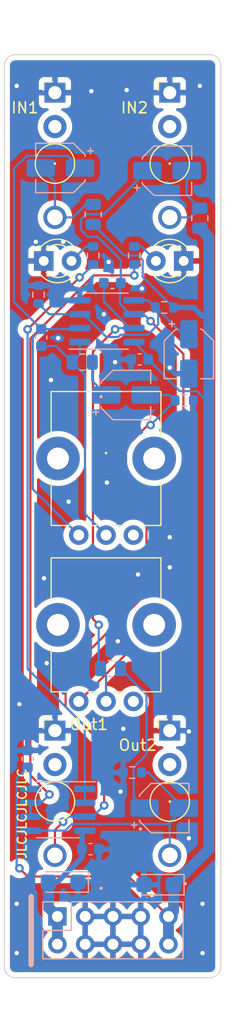
<source format=kicad_pcb>
(kicad_pcb (version 20211014) (generator pcbnew)
  (layers (0 "F.Cu" signal) (31 "B.Cu" signal) (34 "B.Paste" user) (35 "F.Paste" user) (36 "B.SilkS" user "B.Silkscreen") (37 "F.SilkS" user "F.Silkscreen") (38 "B.Mask" user) (39 "F.Mask" user) (44 "Edge.Cuts" user))
  (net 0 "")
  (net 1 "Net-(C1-Pad1)")
  (net 2 "Net-(C1-Pad2)")
  (net 3 "pot_a_L")
  (net 4 "Net-(C2-Pad2)")
  (net 5 "pot_b_L")
  (net 6 "Net-(C4-Pad1)")
  (net 7 "Net-(C4-Pad2)")
  (net 8 "pot_a_R")
  (net 9 "Net-(C5-Pad2)")
  (net 10 "pot_b_R")
  (net 11 "GND")
  (net 12 "+12V")
  (net 13 "-12V")
  (net 14 "vgnd")
  (net 19 "Net-(LED1-Pad2)")
  (net 20 "Net-(LED2-Pad2)")
  (net 21 "Net-(R4-Pad2)")
  (net 22 "Net-(R8-Pad2)")
  (footprint "pre-bm" (layer "F.Cu") (at 87.2 102.9)
    (fp_text reference "svg2mod" hide)
    (fp_text value "G***" hide)
  )
  (footprint "LED_THT:LED_D3.0mm" (layer "F.Cu") (at 81.975 73.75)
    (fp_text reference "LED1" hide)
    (fp_text value "LED")
    (fp_line (start -0.29 -1.236) (end -0.29 -1.08) (layer "F.SilkS") (width 0.12))
    (fp_line (start -0.29 1.08) (end -0.29 1.236) (layer "F.SilkS") (width 0.12))
    (fp_arc (start -0.29 -1.235516) (mid 1.366487 -1.987659) (end 2.942335 -1.078608) (layer "F.SilkS") (width 0.12))
    (fp_arc (start 0.229039 -1.08) (mid 1.270117 -1.5) (end 2.31113 -1.079837) (layer "F.SilkS") (width 0.12))
    (fp_arc (start 2.942335 1.078608) (mid 1.366487 1.987659) (end -0.29 1.235516) (layer "F.SilkS") (width 0.12))
    (fp_arc (start 2.31113 1.079837) (mid 1.270117 1.5) (end 0.229039 1.08) (layer "F.SilkS") (width 0.12))
    (pad "1" thru_hole rect locked (at 0 0) (size 1.8 1.8) (drill 0.9) (layers *.Cu *.Mask) (net 11 "GND"))
    (pad "2" thru_hole circle locked (at 2.54 0) (size 1.8 1.8) (drill 0.9) (layers *.Cu *.Mask) (net 19 "Net-(LED1-Pad2)"))
  )
  (footprint "Connector_Audio:Jack_3.5mm_QingPu_WQP-PJ398SM_Vertical_CircularHoles" (layer "F.Cu") (at 93.5 116.67)
    (fp_text reference "Out2" (at -2.925 1.33 180) (layer "F.SilkS"))
    (fp_text value "Out2")
    (fp_line (start -1.06 -1) (end -0.2 -1) (layer "F.SilkS") (width 0.12))
    (fp_line (start -1.06 -1) (end -1.06 -0.2) (layer "F.SilkS") (width 0.12))
    (fp_circle (center 0 6.48) (end 1.8 6.48) (layer "F.SilkS") (width 0.12) (fill none))
    (fp_circle (center 0 6.48) (end 0 6.48) (layer "F.SilkS") (width 0.12) (fill none))
    (pad "S" thru_hole rect (at 0 0 180) (size 1.93 1.83) (drill 1.2) (layers *.Cu *.Mask) (net 11 "GND"))
    (pad "T" thru_hole circle (at 0 11.4 180) (size 2.13 2.13) (drill 1.43) (layers *.Cu *.Mask) (net 7 "Net-(C4-Pad2)"))
    (pad "TN" thru_hole circle (at 0 3.1 180) (size 2.13 2.13) (drill 1.2) (layers *.Cu *.Mask))
  )
  (footprint "Connector_Audio:Jack_3.5mm_QingPu_WQP-PJ398SM_Vertical_CircularHoles" (layer "F.Cu") (at 83 58.37)
    (fp_text reference "IN1" (at -2.75 1.38 180) (layer "F.SilkS"))
    (fp_text value "In1")
    (fp_line (start -1.06 -1) (end -0.2 -1) (layer "F.SilkS") (width 0.12))
    (fp_line (start -1.06 -1) (end -1.06 -0.2) (layer "F.SilkS") (width 0.12))
    (fp_circle (center 0 6.48) (end 1.8 6.48) (layer "F.SilkS") (width 0.12) (fill none))
    (fp_circle (center 0 6.48) (end 0 6.48) (layer "F.SilkS") (width 0.12) (fill none))
    (pad "S" thru_hole rect (at 0 0 180) (size 1.93 1.83) (drill 1.2) (layers *.Cu *.Mask) (net 11 "GND"))
    (pad "T" thru_hole circle (at 0 11.4 180) (size 2.13 2.13) (drill 1.43) (layers *.Cu *.Mask) (net 4 "Net-(C2-Pad2)"))
    (pad "TN" thru_hole circle (at 0 3.1 180) (size 2.13 2.13) (drill 1.2) (layers *.Cu *.Mask))
  )
  (footprint "Connector_Audio:Jack_3.5mm_QingPu_WQP-PJ398SM_Vertical_CircularHoles" (layer "F.Cu") (at 83 116.67)
    (fp_text reference "Out1" (at 3.1 -0.57 180) (layer "F.SilkS"))
    (fp_text value "Out1")
    (fp_line (start -1.06 -1) (end -0.2 -1) (layer "F.SilkS") (width 0.12))
    (fp_line (start -1.06 -1) (end -1.06 -0.2) (layer "F.SilkS") (width 0.12))
    (fp_circle (center 0 6.48) (end 1.8 6.48) (layer "F.SilkS") (width 0.12) (fill none))
    (fp_circle (center 0 6.48) (end 0 6.48) (layer "F.SilkS") (width 0.12) (fill none))
    (pad "S" thru_hole rect (at 0 0 180) (size 1.93 1.83) (drill 1.2) (layers *.Cu *.Mask) (net 11 "GND"))
    (pad "T" thru_hole circle (at 0 11.4 180) (size 2.13 2.13) (drill 1.43) (layers *.Cu *.Mask) (net 2 "Net-(C1-Pad2)"))
    (pad "TN" thru_hole circle (at 0 3.1 180) (size 2.13 2.13) (drill 1.2) (layers *.Cu *.Mask))
  )
  (footprint "Potentiometer_THT:Potentiometer_Alps_RK09K_Single_Vertical" (layer "F.Cu") (at 90.175 114 90)
    (fp_text reference "RV2" hide)
    (fp_text value "In2_Gain")
    (fp_line (start 9.184 2.52) (end 13.12 2.52) (layer "F.SilkS") (width 0.12))
    (fp_line (start 0.88 -4.129) (end 0.88 -3.37) (layer "F.SilkS") (width 0.12))
    (fp_line (start 0.88 0.87) (end 0.88 2.52) (layer "F.SilkS") (width 0.12))
    (fp_line (start 0.88 -7.521) (end 0.88 -5.871) (layer "F.SilkS") (width 0.12))
    (fp_line (start 9.184 -7.521) (end 13.12 -7.521) (layer "F.SilkS") (width 0.12))
    (fp_line (start 0.88 -1.629) (end 0.88 -0.87) (layer "F.SilkS") (width 0.12))
    (fp_line (start 0.88 -7.521) (end 4.817 -7.521) (layer "F.SilkS") (width 0.12))
    (fp_line (start 0.88 2.52) (end 4.817 2.52) (layer "F.SilkS") (width 0.12))
    (fp_line (start 13.12 -7.521) (end 13.12 2.52) (layer "F.SilkS") (width 0.12))
    (fp_circle (center 7.5 -2.5) (end 7.500001 -2.5) (layer "F.SilkS") (width 0.12) (fill none))
    (pad "" np_thru_hole circle (at 7 -6.9 90) (size 4 4) (drill 2) (layers *.Cu *.Mask))
    (pad "" np_thru_hole circle (at 7 1.9 90) (size 4 4) (drill 2) (layers *.Cu *.Mask))
    (pad "1" thru_hole circle (at 0 0 90) (size 1.8 1.8) (drill 1) (layers *.Cu *.Mask))
    (pad "2" thru_hole circle (at 0 -2.5 90) (size 1.8 1.8) (drill 1) (layers *.Cu *.Mask) (net 10 "pot_b_R"))
    (pad "3" thru_hole circle (at 0 -5 90) (size 1.8 1.8) (drill 1) (layers *.Cu *.Mask) (net 8 "pot_a_R"))
  )
  (footprint "Connector_Audio:Jack_3.5mm_QingPu_WQP-PJ398SM_Vertical_CircularHoles" (layer "F.Cu") (at 93.5 58.37)
    (fp_text reference "IN2" (at -3.225 1.38 180) (layer "F.SilkS"))
    (fp_text value "In2")
    (fp_line (start -1.06 -1) (end -0.2 -1) (layer "F.SilkS") (width 0.12))
    (fp_line (start -1.06 -1) (end -1.06 -0.2) (layer "F.SilkS") (width 0.12))
    (fp_circle (center 0 6.48) (end 1.8 6.48) (layer "F.SilkS") (width 0.12) (fill none))
    (fp_circle (center 0 6.48) (end 0 6.48) (layer "F.SilkS") (width 0.12) (fill none))
    (pad "S" thru_hole rect (at 0 0 180) (size 1.93 1.83) (drill 1.2) (layers *.Cu *.Mask) (net 11 "GND"))
    (pad "T" thru_hole circle (at 0 11.4 180) (size 2.13 2.13) (drill 1.43) (layers *.Cu *.Mask) (net 9 "Net-(C5-Pad2)"))
    (pad "TN" thru_hole circle (at 0 3.1 180) (size 2.13 2.13) (drill 1.2) (layers *.Cu *.Mask))
  )
  (footprint "Audio_Module:soundcodes-logo-bm" (layer "F.Cu") (at 88.53 60.08)
    (fp_text reference "svg2mod" hide)
    (fp_text value "G***" hide)
  )
  (footprint "LED_THT:LED_D3.0mm" (layer "F.Cu") (at 94.775 73.75 180)
    (fp_text reference "LED2" hide)
    (fp_text value "LED")
    (fp_line (start -0.29 -1.236) (end -0.29 -1.08) (layer "F.SilkS") (width 0.12))
    (fp_line (start -0.29 1.08) (end -0.29 1.236) (layer "F.SilkS") (width 0.12))
    (fp_arc (start -0.29 -1.235516) (mid 1.366487 -1.987659) (end 2.942335 -1.078608) (layer "F.SilkS") (width 0.12))
    (fp_arc (start 2.942335 1.078608) (mid 1.366487 1.987659) (end -0.29 1.235516) (layer "F.SilkS") (width 0.12))
    (fp_arc (start 0.229039 -1.08) (mid 1.270117 -1.5) (end 2.31113 -1.079837) (layer "F.SilkS") (width 0.12))
    (fp_arc (start 2.31113 1.079837) (mid 1.270117 1.5) (end 0.229039 1.08) (layer "F.SilkS") (width 0.12))
    (pad "1" thru_hole rect locked (at 0 0 180) (size 1.8 1.8) (drill 0.9) (layers *.Cu *.Mask) (net 11 "GND"))
    (pad "2" thru_hole circle locked (at 2.54 0 180) (size 1.8 1.8) (drill 0.9) (layers *.Cu *.Mask) (net 20 "Net-(LED2-Pad2)"))
  )
  (footprint "Potentiometer_THT:Potentiometer_Alps_RK09K_Single_Vertical" (layer "F.Cu") (at 90.175 98.8 90)
    (fp_text reference "RV1" hide)
    (fp_text value "In1_Gain")
    (fp_line (start 0.88 -7.521) (end 4.817 -7.521) (layer "F.SilkS") (width 0.12))
    (fp_line (start 9.184 -7.521) (end 13.12 -7.521) (layer "F.SilkS") (width 0.12))
    (fp_line (start 0.88 0.87) (end 0.88 2.52) (layer "F.SilkS") (width 0.12))
    (fp_line (start 9.184 2.52) (end 13.12 2.52) (layer "F.SilkS") (width 0.12))
    (fp_line (start 0.88 2.52) (end 4.817 2.52) (layer "F.SilkS") (width 0.12))
    (fp_line (start 0.88 -7.521) (end 0.88 -5.871) (layer "F.SilkS") (width 0.12))
    (fp_line (start 0.88 -4.129) (end 0.88 -3.37) (layer "F.SilkS") (width 0.12))
    (fp_line (start 0.88 -1.629) (end 0.88 -0.87) (layer "F.SilkS") (width 0.12))
    (fp_line (start 13.12 -7.521) (end 13.12 2.52) (layer "F.SilkS") (width 0.12))
    (fp_circle (center 7.5 -2.5) (end 7.500001 -2.5) (layer "F.SilkS") (width 0.12) (fill none))
    (pad "" np_thru_hole circle (at 7 -6.9 90) (size 4 4) (drill 2) (layers *.Cu *.Mask))
    (pad "" np_thru_hole circle (at 7 1.9 90) (size 4 4) (drill 2) (layers *.Cu *.Mask))
    (pad "1" thru_hole circle (at 0 0 90) (size 1.8 1.8) (drill 1) (layers *.Cu *.Mask))
    (pad "2" thru_hole circle (at 0 -2.5 90) (size 1.8 1.8) (drill 1) (layers *.Cu *.Mask) (net 5 "pot_b_L"))
    (pad "3" thru_hole circle (at 0 -5 90) (size 1.8 1.8) (drill 1) (layers *.Cu *.Mask) (net 3 "pot_a_L"))
  )
  (footprint "Resistor_SMD:R_0603_1608Metric" (layer "B.Cu") (at 90.075 120.5 180)
    (fp_text reference "R7" hide)
    (fp_text value "100k")
    (fp_line (start -0.237258 0.5225) (end 0.237258 0.5225) (layer "B.SilkS") (width 0.12))
    (fp_line (start -0.237258 -0.5225) (end 0.237258 -0.5225) (layer "B.SilkS") (width 0.12))
    (pad "1" smd roundrect locked (at -0.825 0 180) (size 0.8 0.95) (layers "B.Cu" "B.Paste" "B.Mask") (net 7 "Net-(C4-Pad2)"))
    (pad "2" smd roundrect locked (at 0.825 0 180) (size 0.8 0.95) (layers "B.Cu" "B.Paste" "B.Mask") (net 11 "GND"))
  )
  (footprint "Capacitor_SMD:C_0603_1608Metric" (layer "B.Cu") (at 80.5 119.25 -90)
    (fp_text reference "C7" hide)
    (fp_text value "100nf")
    (fp_line (start -0.14058 0.51) (end 0.14058 0.51) (layer "B.SilkS") (width 0.12))
    (fp_line (start -0.14058 -0.51) (end 0.14058 -0.51) (layer "B.SilkS") (width 0.12))
    (pad "1" smd roundrect locked (at -0.775 0 270) (size 0.9 0.95) (layers "B.Cu" "B.Paste" "B.Mask") (net 11 "GND"))
    (pad "2" smd roundrect locked (at 0.775 0 270) (size 0.9 0.95) (layers "B.Cu" "B.Paste" "B.Mask") (net 12 "+12V"))
  )
  (footprint "Resistor_SMD:R_0805_2012Metric" (layer "B.Cu") (at 96.25 69.8375 90)
    (fp_text reference "R5" hide)
    (fp_text value "20k")
    (fp_line (start -0.227064 0.735) (end 0.227064 0.735) (layer "B.SilkS") (width 0.12))
    (fp_line (start -0.227064 -0.735) (end 0.227064 -0.735) (layer "B.SilkS") (width 0.12))
    (pad "1" smd roundrect locked (at -0.9125 0 90) (size 1.025 1.4) (layers "B.Cu" "B.Paste" "B.Mask") (roundrect_rratio 0.243902439) (net 12 "+12V"))
    (pad "2" smd roundrect locked (at 0.9125 0 90) (size 1.025 1.4) (layers "B.Cu" "B.Paste" "B.Mask") (roundrect_rratio 0.243902439) (net 9 "Net-(C5-Pad2)"))
  )
  (footprint "Package_SO:SOIC-8_3.9x4.9mm_P1.27mm" (layer "B.Cu") (at 87.75 79.25)
    (fp_text reference "U1" hide)
    (fp_text value "TL072")
    (fp_line (start 0 2.56) (end -3.45 2.56) (layer "B.SilkS") (width 0.12))
    (fp_line (start 0 -2.56) (end -1.95 -2.56) (layer "B.SilkS") (width 0.12))
    (fp_line (start 0 2.56) (end 1.95 2.56) (layer "B.SilkS") (width 0.12))
    (fp_line (start 0 -2.56) (end 1.95 -2.56) (layer "B.SilkS") (width 0.12))
    (pad "1" smd roundrect locked (at -2.475 1.905) (size 1.95 0.6) (layers "B.Cu" "B.Paste" "B.Mask") (net 5 "pot_b_L"))
    (pad "2" smd roundrect locked (at -2.475 0.635) (size 1.95 0.6) (layers "B.Cu" "B.Paste" "B.Mask") (net 3 "pot_a_L"))
    (pad "3" smd roundrect locked (at -2.475 -0.635) (size 1.95 0.6) (layers "B.Cu" "B.Paste" "B.Mask") (net 14 "vgnd"))
    (pad "4" smd roundrect locked (at -2.475 -1.905) (size 1.95 0.6) (layers "B.Cu" "B.Paste" "B.Mask") (net 11 "GND"))
    (pad "5" smd roundrect locked (at 2.475 -1.905) (size 1.95 0.6) (layers "B.Cu" "B.Paste" "B.Mask") (net 14 "vgnd"))
    (pad "6" smd roundrect locked (at 2.475 -0.635) (size 1.95 0.6) (layers "B.Cu" "B.Paste" "B.Mask") (net 8 "pot_a_R"))
    (pad "7" smd roundrect locked (at 2.475 0.635) (size 1.95 0.6) (layers "B.Cu" "B.Paste" "B.Mask") (net 10 "pot_b_R"))
    (pad "8" smd roundrect locked (at 2.475 1.905) (size 1.95 0.6) (layers "B.Cu" "B.Paste" "B.Mask") (net 12 "+12V"))
  )
  (footprint "Connector_PinHeader_2.54mm:PinHeader_2x05_P2.54mm_Vertical" (layer "B.Cu") (at 83.225 133.65 -90)
    (fp_text reference "J5" hide)
    (fp_text value "Conn_02x05_Odd_Even")
    (fp_line (start -1.33 1.33) (end 0 1.33) (layer "B.SilkS") (width 0.12))
    (fp_line (start -1.33 0) (end -1.33 1.33) (layer "B.SilkS") (width 0.12))
    (fp_line (start -1.33 -11.49) (end 3.87 -11.49) (layer "B.SilkS") (width 0.12))
    (fp_line (start -1.33 -1.27) (end 1.27 -1.27) (layer "B.SilkS") (width 0.12))
    (fp_line (start 1.27 -1.27) (end 1.27 1.33) (layer "B.SilkS") (width 0.12))
    (fp_line (start 1.27 1.33) (end 3.87 1.33) (layer "B.SilkS") (width 0.12))
    (fp_line (start 3.87 1.33) (end 3.87 -11.49) (layer "B.SilkS") (width 0.12))
    (fp_line (start -1.33 -1.27) (end -1.33 -11.49) (layer "B.SilkS") (width 0.12))
    (pad "1" thru_hole rect locked (at 0 0 270) (size 1.7 1.7) (drill 1) (layers *.Cu *.Mask) (net 13 "-12V"))
    (pad "2" thru_hole oval locked (at 2.54 0 270) (size 1.7 1.7) (drill 1) (layers *.Cu *.Mask) (net 13 "-12V"))
    (pad "3" thru_hole oval locked (at 0 -2.54 270) (size 1.7 1.7) (drill 1) (layers *.Cu *.Mask) (net 11 "GND"))
    (pad "4" thru_hole oval locked (at 2.54 -2.54 270) (size 1.7 1.7) (drill 1) (layers *.Cu *.Mask) (net 11 "GND"))
    (pad "5" thru_hole oval locked (at 0 -5.08 270) (size 1.7 1.7) (drill 1) (layers *.Cu *.Mask) (net 11 "GND"))
    (pad "6" thru_hole oval locked (at 2.54 -5.08 270) (size 1.7 1.7) (drill 1) (layers *.Cu *.Mask) (net 11 "GND"))
    (pad "7" thru_hole oval locked (at 0 -7.62 270) (size 1.7 1.7) (drill 1) (layers *.Cu *.Mask) (net 11 "GND"))
    (pad "8" thru_hole oval locked (at 2.54 -7.62 270) (size 1.7 1.7) (drill 1) (layers *.Cu *.Mask) (net 11 "GND"))
    (pad "9" thru_hole oval locked (at 0 -10.16 270) (size 1.7 1.7) (drill 1) (layers *.Cu *.Mask) (net 12 "+12V"))
    (pad "10" thru_hole oval locked (at 2.54 -10.16 270) (size 1.7 1.7) (drill 1) (layers *.Cu *.Mask) (net 12 "+12V"))
  )
  (footprint "Capacitor_Tantalum_SMD:CP_EIA-3216-18_Kemet-A" (layer "B.Cu") (at 83.75 130.5 180)
    (fp_text reference "C9" hide)
    (fp_text value "10uf")
    (fp_line (start -2.31 -0.935) (end 1.6 -0.935) (layer "B.SilkS") (width 0.12))
    (fp_line (start -2.31 0.935) (end -2.31 -0.935) (layer "B.SilkS") (width 0.12))
    (fp_line (start 1.6 0.935) (end -2.31 0.935) (layer "B.SilkS") (width 0.12))
    (pad "1" smd roundrect locked (at -1.35 0 180) (size 1.4 1.35) (layers "B.Cu" "B.Paste" "B.Mask") (roundrect_rratio 0.1851851852) (net 11 "GND"))
    (pad "2" smd roundrect locked (at 1.35 0 180) (size 1.4 1.35) (layers "B.Cu" "B.Paste" "B.Mask") (roundrect_rratio 0.1851851852) (net 13 "-12V"))
  )
  (footprint "Capacitor_SMD:C_0603_1608Metric" (layer "B.Cu") (at 81.75 80.75 90)
    (fp_text reference "C3" hide)
    (fp_text value "15pF")
    (fp_line (start -0.14058 0.51) (end 0.14058 0.51) (layer "B.SilkS") (width 0.12))
    (fp_line (start -0.14058 -0.51) (end 0.14058 -0.51) (layer "B.SilkS") (width 0.12))
    (pad "1" smd roundrect locked (at -0.775 0 90) (size 0.9 0.95) (layers "B.Cu" "B.Paste" "B.Mask") (net 5 "pot_b_L"))
    (pad "2" smd roundrect locked (at 0.775 0 90) (size 0.9 0.95) (layers "B.Cu" "B.Paste" "B.Mask") (net 3 "pot_a_L"))
  )
  (footprint "Capacitor_SMD:C_0603_1608Metric" (layer "B.Cu") (at 86.25 127.5)
    (fp_text reference "C8" hide)
    (fp_text value "100nf")
    (fp_line (start -0.14058 0.51) (end 0.14058 0.51) (layer "B.SilkS") (width 0.12))
    (fp_line (start -0.14058 -0.51) (end 0.14058 -0.51) (layer "B.SilkS") (width 0.12))
    (pad "1" smd roundrect locked (at -0.775 0) (size 0.9 0.95) (layers "B.Cu" "B.Paste" "B.Mask") (net 13 "-12V"))
    (pad "2" smd roundrect locked (at 0.775 0) (size 0.9 0.95) (layers "B.Cu" "B.Paste" "B.Mask") (net 11 "GND"))
  )
  (footprint "Resistor_SMD:R_0805_2012Metric" (layer "B.Cu") (at 86.5 69.5 90)
    (fp_text reference "R1" hide)
    (fp_text value "20k")
    (fp_line (start -0.227064 -0.735) (end 0.227064 -0.735) (layer "B.SilkS") (width 0.12))
    (fp_line (start -0.227064 0.735) (end 0.227064 0.735) (layer "B.SilkS") (width 0.12))
    (pad "1" smd roundrect locked (at -0.9125 0 90) (size 1.025 1.4) (layers "B.Cu" "B.Paste" "B.Mask") (roundrect_rratio 0.243902439) (net 12 "+12V"))
    (pad "2" smd roundrect locked (at 0.9125 0 90) (size 1.025 1.4) (layers "B.Cu" "B.Paste" "B.Mask") (roundrect_rratio 0.243902439) (net 4 "Net-(C2-Pad2)"))
  )
  (footprint "Capacitor_SMD:CP_Elec_4x5.4" (layer "B.Cu") (at 93.25 65.5)
    (fp_text reference "C5" hide)
    (fp_text value "2.2uF")
    (fp_line (start -1.195563 -2.26) (end 2.26 -2.26) (layer "B.SilkS") (width 0.12))
    (fp_line (start -2.26 1.195563) (end -2.26 1.06) (layer "B.SilkS") (width 0.12))
    (fp_line (start -3 1.56) (end -2.5 1.56) (layer "B.SilkS") (width 0.12))
    (fp_line (start -2.75 1.81) (end -2.75 1.31) (layer "B.SilkS") (width 0.12))
    (fp_line (start -1.195563 2.26) (end 2.26 2.26) (layer "B.SilkS") (width 0.12))
    (fp_line (start -2.26 1.195563) (end -1.195563 2.26) (layer "B.SilkS") (width 0.12))
    (fp_line (start 2.26 2.26) (end 2.26 1.06) (layer "B.SilkS") (width 0.12))
    (fp_line (start -2.26 -1.195563) (end -1.195563 -2.26) (layer "B.SilkS") (width 0.12))
    (fp_line (start 2.26 -2.26) (end 2.26 -1.06) (layer "B.SilkS") (width 0.12))
    (fp_line (start -2.26 -1.195563) (end -2.26 -1.06) (layer "B.SilkS") (width 0.12))
    (pad "1" smd roundrect locked (at -1.8 0) (size 2.6 1.6) (layers "B.Cu" "B.Paste" "B.Mask") (roundrect_rratio 0.15625) (net 8 "pot_a_R"))
    (pad "2" smd roundrect locked (at 1.8 0) (size 2.6 1.6) (layers "B.Cu" "B.Paste" "B.Mask") (roundrect_rratio 0.15625) (net 9 "Net-(C5-Pad2)"))
  )
  (footprint "Package_SO:SOIC-8_3.9x4.9mm_P1.27mm" (layer "B.Cu") (at 83.25 123.9 180)
    (fp_text reference "U2" hide)
    (fp_text value "TL072")
    (fp_line (start 0 -2.56) (end -1.95 -2.56) (layer "B.SilkS") (width 0.12))
    (fp_line (start 0 2.56) (end -3.45 2.56) (layer "B.SilkS") (width 0.12))
    (fp_line (start 0 -2.56) (end 1.95 -2.56) (layer "B.SilkS") (width 0.12))
    (fp_line (start 0 2.56) (end 1.95 2.56) (layer "B.SilkS") (width 0.12))
    (pad "1" smd roundrect locked (at -2.475 1.905 180) (size 1.95 0.6) (layers "B.Cu" "B.Paste" "B.Mask") (net 21 "Net-(R4-Pad2)"))
    (pad "2" smd roundrect locked (at -2.475 0.635 180) (size 1.95 0.6) (layers "B.Cu" "B.Paste" "B.Mask") (net 21 "Net-(R4-Pad2)"))
    (pad "3" smd roundrect locked (at -2.475 -0.635 180) (size 1.95 0.6) (layers "B.Cu" "B.Paste" "B.Mask") (net 2 "Net-(C1-Pad2)"))
    (pad "4" smd roundrect locked (at -2.475 -1.905 180) (size 1.95 0.6) (layers "B.Cu" "B.Paste" "B.Mask") (net 13 "-12V"))
    (pad "5" smd roundrect locked (at 2.475 -1.905 180) (size 1.95 0.6) (layers "B.Cu" "B.Paste" "B.Mask") (net 7 "Net-(C4-Pad2)"))
    (pad "6" smd roundrect locked (at 2.475 -0.635 180) (size 1.95 0.6) (layers "B.Cu" "B.Paste" "B.Mask") (net 22 "Net-(R8-Pad2)"))
    (pad "7" smd roundrect locked (at 2.475 0.635 180) (size 1.95 0.6) (layers "B.Cu" "B.Paste" "B.Mask") (net 22 "Net-(R8-Pad2)"))
    (pad "8" smd roundrect locked (at 2.475 1.905 180) (size 1.95 0.6) (layers "B.Cu" "B.Paste" "B.Mask") (net 12 "+12V"))
  )
  (footprint "Capacitor_SMD:CP_Elec_4x5.4" (layer "B.Cu") (at 83.5 65.25 180)
    (fp_text reference "C2" hide)
    (fp_text value "2.2uF")
    (fp_line (start -2.26 1.195563) (end -2.26 1.06) (layer "B.SilkS") (width 0.12))
    (fp_line (start -2.26 1.195563) (end -1.195563 2.26) (layer "B.SilkS") (width 0.12))
    (fp_line (start -2.75 1.81) (end -2.75 1.31) (layer "B.SilkS") (width 0.12))
    (fp_line (start -1.195563 -2.26) (end 2.26 -2.26) (layer "B.SilkS") (width 0.12))
    (fp_line (start -1.195563 2.26) (end 2.26 2.26) (layer "B.SilkS") (width 0.12))
    (fp_line (start -2.26 -1.195563) (end -1.195563 -2.26) (layer "B.SilkS") (width 0.12))
    (fp_line (start -2.26 -1.195563) (end -2.26 -1.06) (layer "B.SilkS") (width 0.12))
    (fp_line (start 2.26 -2.26) (end 2.26 -1.06) (layer "B.SilkS") (width 0.12))
    (fp_line (start 2.26 2.26) (end 2.26 1.06) (layer "B.SilkS") (width 0.12))
    (fp_line (start -3 1.56) (end -2.5 1.56) (layer "B.SilkS") (width 0.12))
    (pad "1" smd roundrect locked (at -1.8 0 180) (size 2.6 1.6) (layers "B.Cu" "B.Paste" "B.Mask") (roundrect_rratio 0.15625) (net 3 "pot_a_L"))
    (pad "2" smd roundrect locked (at 1.8 0 180) (size 2.6 1.6) (layers "B.Cu" "B.Paste" "B.Mask") (roundrect_rratio 0.15625) (net 4 "Net-(C2-Pad2)"))
  )
  (footprint "Capacitor_SMD:CP_Elec_4x5.4" (layer "B.Cu") (at 93 123.75)
    (fp_text reference "C4" hide)
    (fp_text value "2.2uF")
    (fp_line (start -2.26 1.195563) (end -2.26 1.06) (layer "B.SilkS") (width 0.12))
    (fp_line (start -1.195563 2.26) (end 2.26 2.26) (layer "B.SilkS") (width 0.12))
    (fp_line (start 2.26 -2.26) (end 2.26 -1.06) (layer "B.SilkS") (width 0.12))
    (fp_line (start -2.75 1.81) (end -2.75 1.31) (layer "B.SilkS") (width 0.12))
    (fp_line (start -2.26 1.195563) (end -1.195563 2.26) (layer "B.SilkS") (width 0.12))
    (fp_line (start 2.26 2.26) (end 2.26 1.06) (layer "B.SilkS") (width 0.12))
    (fp_line (start -2.26 -1.195563) (end -2.26 -1.06) (layer "B.SilkS") (width 0.12))
    (fp_line (start -1.195563 -2.26) (end 2.26 -2.26) (layer "B.SilkS") (width 0.12))
    (fp_line (start -3 1.56) (end -2.5 1.56) (layer "B.SilkS") (width 0.12))
    (fp_line (start -2.26 -1.195563) (end -1.195563 -2.26) (layer "B.SilkS") (width 0.12))
    (pad "1" smd roundrect locked (at -1.8 0) (size 2.6 1.6) (layers "B.Cu" "B.Paste" "B.Mask") (roundrect_rratio 0.15625) (net 6 "Net-(C4-Pad1)"))
    (pad "2" smd roundrect locked (at 1.8 0) (size 2.6 1.6) (layers "B.Cu" "B.Paste" "B.Mask") (roundrect_rratio 0.15625) (net 7 "Net-(C4-Pad2)"))
  )
  (footprint "Resistor_SMD:R_0603_1608Metric" (layer "B.Cu") (at 93 78 180)
    (fp_text reference "R9" hide)
    (fp_text value "100k")
    (fp_line (start -0.237258 -0.5225) (end 0.237258 -0.5225) (layer "B.SilkS") (width 0.12))
    (fp_line (start -0.237258 0.5225) (end 0.237258 0.5225) (layer "B.SilkS") (width 0.12))
    (pad "1" smd roundrect locked (at -0.825 0 180) (size 0.8 0.95) (layers "B.Cu" "B.Paste" "B.Mask") (net 12 "+12V"))
    (pad "2" smd roundrect locked (at 0.825 0 180) (size 0.8 0.95) (layers "B.Cu" "B.Paste" "B.Mask") (net 14 "vgnd"))
  )
  (footprint "Resistor_SMD:R_0603_1608Metric" (layer "B.Cu") (at 81.5 76.825 90)
    (fp_text reference "R10" hide)
    (fp_text value "100k")
    (fp_line (start -0.237258 -0.5225) (end 0.237258 -0.5225) (layer "B.SilkS") (width 0.12))
    (fp_line (start -0.237258 0.5225) (end 0.237258 0.5225) (layer "B.SilkS") (width 0.12))
    (pad "1" smd roundrect locked (at -0.825 0 90) (size 0.8 0.95) (layers "B.Cu" "B.Paste" "B.Mask") (net 14 "vgnd"))
    (pad "2" smd roundrect locked (at 0.825 0 90) (size 0.8 0.95) (layers "B.Cu" "B.Paste" "B.Mask") (net 11 "GND"))
  )
  (footprint "Capacitor_SMD:C_0603_1608Metric" (layer "B.Cu") (at 90.75 82.75)
    (fp_text reference "C10" hide)
    (fp_text value "100nf")
    (fp_line (start -0.14058 -0.51) (end 0.14058 -0.51) (layer "B.SilkS") (width 0.12))
    (fp_line (start -0.14058 0.51) (end 0.14058 0.51) (layer "B.SilkS") (width 0.12))
    (pad "1" smd roundrect locked (at -0.775 0) (size 0.9 0.95) (layers "B.Cu" "B.Paste" "B.Mask") (net 11 "GND"))
    (pad "2" smd roundrect locked (at 0.775 0) (size 0.9 0.95) (layers "B.Cu" "B.Paste" "B.Mask") (net 12 "+12V"))
  )
  (footprint "Capacitor_SMD:C_0603_1608Metric" (layer "B.Cu") (at 88.25 75.75)
    (fp_text reference "C6" hide)
    (fp_text value "15pF")
    (fp_line (start -0.14058 -0.51) (end 0.14058 -0.51) (layer "B.SilkS") (width 0.12))
    (fp_line (start -0.14058 0.51) (end 0.14058 0.51) (layer "B.SilkS") (width 0.12))
    (pad "1" smd roundrect locked (at -0.775 0) (size 0.9 0.95) (layers "B.Cu" "B.Paste" "B.Mask") (net 10 "pot_b_R"))
    (pad "2" smd roundrect locked (at 0.775 0) (size 0.9 0.95) (layers "B.Cu" "B.Paste" "B.Mask") (net 8 "pot_a_R"))
  )
  (footprint "Capacitor_Tantalum_SMD:CP_EIA-3216-18_Kemet-A" (layer "B.Cu") (at 92.5 130.75 180)
    (fp_text reference "C12" hide)
    (fp_text value "10uf")
    (fp_line (start 1.6 0.935) (end -2.31 0.935) (layer "B.SilkS") (width 0.12))
    (fp_line (start -2.31 0.935) (end -2.31 -0.935) (layer "B.SilkS") (width 0.12))
    (fp_line (start -2.31 -0.935) (end 1.6 -0.935) (layer "B.SilkS") (width 0.12))
    (pad "1" smd roundrect locked (at -1.35 0 180) (size 1.4 1.35) (layers "B.Cu" "B.Paste" "B.Mask") (roundrect_rratio 0.1851851852) (net 12 "+12V"))
    (pad "2" smd roundrect locked (at 1.35 0 180) (size 1.4 1.35) (layers "B.Cu" "B.Paste" "B.Mask") (roundrect_rratio 0.1851851852) (net 11 "GND"))
  )
  (footprint "Capacitor_SMD:CP_Elec_4x5.4" (layer "B.Cu") (at 89.5 86)
    (fp_text reference "C1" hide)
    (fp_text value "2.2uF")
    (fp_line (start -2.26 1.195563) (end -2.26 1.06) (layer "B.SilkS") (width 0.12))
    (fp_line (start -2.75 1.81) (end -2.75 1.31) (layer "B.SilkS") (width 0.12))
    (fp_line (start -2.26 -1.195563) (end -2.26 -1.06) (layer "B.SilkS") (width 0.12))
    (fp_line (start 2.26 -2.26) (end 2.26 -1.06) (layer "B.SilkS") (width 0.12))
    (fp_line (start -2.26 1.195563) (end -1.195563 2.26) (layer "B.SilkS") (width 0.12))
    (fp_line (start 2.26 2.26) (end 2.26 1.06) (layer "B.SilkS") (width 0.12))
    (fp_line (start -1.195563 2.26) (end 2.26 2.26) (layer "B.SilkS") (width 0.12))
    (fp_line (start -3 1.56) (end -2.5 1.56) (layer "B.SilkS") (width 0.12))
    (fp_line (start -1.195563 -2.26) (end 2.26 -2.26) (layer "B.SilkS") (width 0.12))
    (fp_line (start -2.26 -1.195563) (end -1.195563 -2.26) (layer "B.SilkS") (width 0.12))
    (pad "1" smd roundrect locked (at -1.8 0) (size 2.6 1.6) (layers "B.Cu" "B.Paste" "B.Mask") (roundrect_rratio 0.15625) (net 1 "Net-(C1-Pad1)"))
    (pad "2" smd roundrect locked (at 1.8 0) (size 2.6 1.6) (layers "B.Cu" "B.Paste" "B.Mask") (roundrect_rratio 0.15625) (net 2 "Net-(C1-Pad2)"))
  )
  (footprint "Capacitor_SMD:CP_Elec_4x5.4" (layer "B.Cu") (at 95.25 82.25 -90)
    (fp_text reference "C11" hide)
    (fp_text value "2.2uF")
    (fp_line (start -2.26 1.195563) (end -2.26 1.06) (layer "B.SilkS") (width 0.12))
    (fp_line (start 2.26 -2.26) (end 2.26 -1.06) (layer "B.SilkS") (width 0.12))
    (fp_line (start -2.75 1.81) (end -2.75 1.31) (layer "B.SilkS") (width 0.12))
    (fp_line (start -1.195563 2.26) (end 2.26 2.26) (layer "B.SilkS") (width 0.12))
    (fp_line (start -1.195563 -2.26) (end 2.26 -2.26) (layer "B.SilkS") (width 0.12))
    (fp_line (start -3 1.56) (end -2.5 1.56) (layer "B.SilkS") (width 0.12))
    (fp_line (start -2.26 -1.195563) (end -1.195563 -2.26) (layer "B.SilkS") (width 0.12))
    (fp_line (start 2.26 2.26) (end 2.26 1.06) (layer "B.SilkS") (width 0.12))
    (fp_line (start -2.26 -1.195563) (end -2.26 -1.06) (layer "B.SilkS") (width 0.12))
    (fp_line (start -2.26 1.195563) (end -1.195563 2.26) (layer "B.SilkS") (width 0.12))
    (pad "1" smd roundrect locked (at -1.8 0 270) (size 2.6 1.6) (layers "B.Cu" "B.Paste" "B.Mask") (roundrect_rratio 0.15625) (net 14 "vgnd"))
    (pad "2" smd roundrect locked (at 1.8 0 270) (size 2.6 1.6) (layers "B.Cu" "B.Paste" "B.Mask") (roundrect_rratio 0.15625) (net 11 "GND"))
  )
  (footprint "Resistor_SMD:R_0603_1608Metric" (layer "B.Cu") (at 90.25 73.25 -90)
    (fp_text reference "R8" hide)
    (fp_text value "1k")
    (fp_line (start -0.237258 0.5225) (end 0.237258 0.5225) (layer "B.SilkS") (width 0.12))
    (fp_line (start -0.237258 -0.5225) (end 0.237258 -0.5225) (layer "B.SilkS") (width 0.12))
    (pad "1" smd roundrect locked (at -0.825 0 270) (size 0.8 0.95) (layers "B.Cu" "B.Paste" "B.Mask") (net 20 "Net-(LED2-Pad2)"))
    (pad "2" smd roundrect locked (at 0.825 0 270) (size 0.8 0.95) (layers "B.Cu" "B.Paste" "B.Mask") (net 22 "Net-(R8-Pad2)"))
  )
  (footprint "Resistor_SMD:R_0603_1608Metric" (layer "B.Cu") (at 86.5 73.25 -90)
    (fp_text reference "R4" hide)
    (fp_text value "1k")
    (fp_line (start -0.237258 -0.5225) (end 0.237258 -0.5225) (layer "B.SilkS") (width 0.12))
    (fp_line (start -0.237258 0.5225) (end 0.237258 0.5225) (layer "B.SilkS") (width 0.12))
    (pad "1" smd roundrect locked (at -0.825 0 270) (size 0.8 0.95) (layers "B.Cu" "B.Paste" "B.Mask") (net 19 "Net-(LED1-Pad2)"))
    (pad "2" smd roundrect locked (at 0.825 0 270) (size 0.8 0.95) (layers "B.Cu" "B.Paste" "B.Mask") (net 21 "Net-(R4-Pad2)"))
  )
  (footprint "Resistor_SMD:R_0603_1608Metric" (layer "B.Cu") (at 94.825 86.5)
    (fp_text reference "R3" hide)
    (fp_text value "100k")
    (fp_line (start -0.237258 0.5225) (end 0.237258 0.5225) (layer "B.SilkS") (width 0.12))
    (fp_line (start -0.237258 -0.5225) (end 0.237258 -0.5225) (layer "B.SilkS") (width 0.12))
    (pad "1" smd roundrect locked (at -0.825 0) (size 0.8 0.95) (layers "B.Cu" "B.Paste" "B.Mask") (net 2 "Net-(C1-Pad2)"))
    (pad "2" smd roundrect locked (at 0.825 0) (size 0.8 0.95) (layers "B.Cu" "B.Paste" "B.Mask") (net 11 "GND"))
  )
  (footprint "Resistor_SMD:R_0805_2012Metric" (layer "B.Cu") (at 85.5 83)
    (fp_text reference "R2" hide)
    (fp_text value "51")
    (fp_line (start -0.227064 0.735) (end 0.227064 0.735) (layer "B.SilkS") (width 0.12))
    (fp_line (start -0.227064 -0.735) (end 0.227064 -0.735) (layer "B.SilkS") (width 0.12))
    (pad "1" smd roundrect locked (at -0.9125 0) (size 1.025 1.4) (layers "B.Cu" "B.Paste" "B.Mask") (roundrect_rratio 0.243902439) (net 5 "pot_b_L"))
    (pad "2" smd roundrect locked (at 0.9125 0) (size 1.025 1.4) (layers "B.Cu" "B.Paste" "B.Mask") (roundrect_rratio 0.243902439) (net 1 "Net-(C1-Pad1)"))
  )
  (footprint "Resistor_SMD:R_0805_2012Metric" (layer "B.Cu") (at 88.0875 111 180)
    (fp_text reference "R6" hide)
    (fp_text value "51")
    (fp_line (start -0.227064 0.735) (end 0.227064 0.735) (layer "B.SilkS") (width 0.12))
    (fp_line (start -0.227064 -0.735) (end 0.227064 -0.735) (layer "B.SilkS") (width 0.12))
    (pad "1" smd roundrect locked (at -0.9125 0 180) (size 1.025 1.4) (layers "B.Cu" "B.Paste" "B.Mask") (roundrect_rratio 0.243902439) (net 6 "Net-(C4-Pad1)"))
    (pad "2" smd roundrect locked (at 0.9125 0 180) (size 1.025 1.4) (layers "B.Cu" "B.Paste" "B.Mask") (roundrect_rratio 0.243902439) (net 10 "pot_b_R"))
  )
  (gr_line (start 80.825 131.85) (end 80.825 138.05) (layer "B.SilkS") (width 0.5))
  (gr_circle (center 87.225 131.07) (end 87.225 131.07) (layer "B.SilkS") (width 0.15) (fill none))
  (gr_circle (center 87.225 86.15) (end 87.225 86.15) (layer "B.SilkS") (width 0.15) (fill none))
  (gr_circle (center 90.825 125.65) (end 90.825 125.65) (layer "B.SilkS") (width 0.15) (fill none))
  (gr_circle (center 94.925 130.65) (end 94.925 130.65) (layer "B.SilkS") (width 0.15) (fill none))
  (gr_line (start 78.375 55.9) (end 78.375 138.25) (layer "Edge.Cuts") (width 0.1))
  (gr_line (start 79.375 139.25) (end 97.167893 139.25) (layer "Edge.Cuts") (width 0.1))
  (gr_arc (start 78.375 55.9) (mid 78.667893 55.192893) (end 79.375 54.9) (layer "Edge.Cuts") (width 0.1))
  (gr_line (start 98.167893 55.9) (end 98.167893 138.25) (layer "Edge.Cuts") (width 0.1))
  (gr_arc (start 97.167893 54.9) (mid 97.875 55.192893) (end 98.167893 55.9) (layer "Edge.Cuts") (width 0.1))
  (gr_arc (start 79.375 139.25) (mid 78.667893 138.957107) (end 78.375 138.25) (layer "Edge.Cuts") (width 0.1))
  (gr_line (start 97.167893 54.9) (end 79.375 54.9) (layer "Edge.Cuts") (width 0.1))
  (gr_arc (start 98.167893 138.25) (mid 97.875 138.957107) (end 97.167893 139.25) (layer "Edge.Cuts") (width 0.1))
  (gr_text "JLCJLCJLCJLC" (at 80 124.25 90) (layer "F.SilkS") (effects (font (size 0.8 0.8))))
  (segment (start 86.4125 84.7125) (end 87.7 86) (width 0.2) (layer "B.Cu") (net 1))
  (segment (start 86.4125 83) (end 86.4125 84.7125) (width 0.2) (layer "B.Cu") (net 1))
  (segment (start 91.374511 95.124511) (end 89.5 93.25) (width 0.2) (layer "F.Cu") (net 2))
  (segment (start 83.975489 111.524511) (end 91.374511 104.125489) (width 0.2) (layer "F.Cu") (net 2))
  (segment (start 83 127.67) (end 83.4 128.07) (width 0.2) (layer "F.Cu") (net 2))
  (segment (start 83 125.75) (end 83 127.67) (width 0.2) (layer "F.Cu") (net 2))
  (segment (start 91.374511 104.125489) (end 91.374511 95.124511) (width 0.2) (layer "F.Cu") (net 2))
  (segment (start 89.5 90.75) (end 91.5 88.75) (width 0.2) (layer "F.Cu") (net 2))
  (segment (start 91.5 88.75) (end 91.75 88.75) (width 0.2) (layer "F.Cu") (net 2))
  (segment (start 87.5 118.021366) (end 83.975489 114.496855) (width 0.2) (layer "F.Cu") (net 2))
  (segment (start 89.5 93.25) (end 89.5 90.75) (width 0.2) (layer "F.Cu") (net 2))
  (segment (start 83.975489 114.496855) (end 83.975489 111.524511) (width 0.2) (layer "F.Cu") (net 2))
  (segment (start 83.75 125) (end 83 125.75) (width 0.2) (layer "F.Cu") (net 2))
  (segment (start 87.5 123.5) (end 87.5 118.021366) (width 0.2) (layer "F.Cu") (net 2))
  (via (at 83.75 125) (size 0.8) (drill 0.4) (layers "F.Cu" "B.Cu") (net 2))
  (via (at 87.5 123.5) (size 0.8) (drill 0.4) (layers "F.Cu" "B.Cu") (net 2))
  (via (at 91.75 88.75) (size 0.8) (drill 0.4) (layers "F.Cu" "B.Cu") (net 2))
  (segment (start 86.465 124.535) (end 87.5 123.5) (width 0.2) (layer "B.Cu") (net 2))
  (segment (start 85.725 124.535) (end 86.465 124.535) (width 0.2) (layer "B.Cu") (net 2))
  (segment (start 84.215 124.535) (end 83.75 125) (width 0.2) (layer "B.Cu") (net 2))
  (segment (start 93.5 86) (end 94 86.5) (width 0.2) (layer "B.Cu") (net 2))
  (segment (start 91.3 86) (end 93.5 86) (width 0.2) (layer "B.Cu") (net 2))
  (segment (start 85.725 124.535) (end 84.215 124.535) (width 0.2) (layer "B.Cu") (net 2))
  (segment (start 91.75 88.75) (end 94 86.5) (width 0.2) (layer "B.Cu") (net 2))
  (segment (start 81.75 79.975) (end 80.97548 80.74952) (width 0.2) (layer "B.Cu") (net 3))
  (segment (start 79.25 77.475) (end 81.75 79.975) (width 0.2) (layer "B.Cu") (net 3))
  (segment (start 81.75 79.975) (end 85.185 79.975) (width 0.2) (layer "B.Cu") (net 3))
  (segment (start 79.25 65.322862) (end 79.25 77.475) (width 0.2) (layer "B.Cu") (net 3))
  (segment (start 84.20048 64.15048) (end 80.422382 64.15048) (width 0.2) (layer "B.Cu") (net 3))
  (segment (start 80.97548 94.60048) (end 85.175 98.8) (width 0.2) (layer "B.Cu") (net 3))
  (segment (start 80.422382 64.15048) (end 79.25 65.322862) (width 0.2) (layer "B.Cu") (net 3))
  (segment (start 85.185 79.975) (end 85.275 79.885) (width 0.2) (layer "B.Cu") (net 3))
  (segment (start 85.3 65.25) (end 84.20048 64.15048) (width 0.2) (layer "B.Cu") (net 3))
  (segment (start 80.97548 80.74952) (end 80.97548 94.60048) (width 0.2) (layer "B.Cu") (net 3))
  (segment (start 83 69.77) (end 84.64 69.77) (width 0.2) (layer "B.Cu") (net 4))
  (segment (start 81.7 65.25) (end 83 66.55) (width 0.2) (layer "B.Cu") (net 4))
  (segment (start 85.8225 68.5875) (end 86.5 68.5875) (width 0.2) (layer "B.Cu") (net 4))
  (segment (start 84.64 69.77) (end 85.8225 68.5875) (width 0.2) (layer "B.Cu") (net 4))
  (segment (start 83 66.55) (end 83 69.77) (width 0.2) (layer "B.Cu") (net 4))
  (segment (start 85.75 84.1625) (end 85.75 96.875) (width 0.2) (layer "B.Cu") (net 5))
  (segment (start 85.275 81.155) (end 85.275 82.3125) (width 0.2) (layer "B.Cu") (net 5))
  (segment (start 85.75 96.875) (end 87.675 98.8) (width 0.2) (layer "B.Cu") (net 5))
  (segment (start 83.1125 81.525) (end 84.5875 83) (width 0.2) (layer "B.Cu") (net 5))
  (segment (start 85.275 82.3125) (end 84.5875 83) (width 0.2) (layer "B.Cu") (net 5))
  (segment (start 84.5875 83) (end 85.75 84.1625) (width 0.2) (layer "B.Cu") (net 5))
  (segment (start 81.75 81.525) (end 83.1125 81.525) (width 0.2) (layer "B.Cu") (net 5))
  (segment (start 89 111) (end 91.374511 113.374511) (width 0.2) (layer "B.Cu") (net 6))
  (segment (start 91.374511 113.374511) (end 91.374511 118.844062) (width 0.2) (layer "B.Cu") (net 6))
  (segment (start 90.20048 120.018093) (end 90.20048 122.75048) (width 0.2) (layer "B.Cu") (net 6))
  (segment (start 90.20048 122.75048) (end 91.2 123.75) (width 0.2) (layer "B.Cu") (net 6))
  (segment (start 91.374511 118.844062) (end 90.20048 120.018093) (width 0.2) (layer "B.Cu") (net 6))
  (segment (start 90.9 120.5) (end 91.55 120.5) (width 0.2) (layer "B.Cu") (net 7))
  (segment (start 84.54452 125.20548) (end 93.34452 125.20548) (width 0.2) (layer "B.Cu") (net 7))
  (segment (start 91.55 120.5) (end 94.8 123.75) (width 0.2) (layer "B.Cu") (net 7))
  (segment (start 93.5 128.07) (end 93.5 125.05) (width 0.2) (layer "B.Cu") (net 7))
  (segment (start 80.775 125.805) (end 83.945 125.805) (width 0.2) (layer "B.Cu") (net 7))
  (segment (start 83.945 125.805) (end 84.54452 125.20548) (width 0.2) (layer "B.Cu") (net 7))
  (segment (start 93.5 125.05) (end 94.8 123.75) (width 0.2) (layer "B.Cu") (net 7))
  (segment (start 93.34452 125.20548) (end 94.8 123.75) (width 0.2) (layer "B.Cu") (net 7))
  (segment (start 93.850022 109.75) (end 89.425 109.75) (width 0.2) (layer "F.Cu") (net 8))
  (segment (start 91.75 79.25) (end 94.75 82.25) (width 0.2) (layer "F.Cu") (net 8))
  (segment (start 89.425 109.75) (end 85.175 114) (width 0.2) (layer "F.Cu") (net 8))
  (segment (start 94.75 82.25) (end 94.75 108.850022) (width 0.2) (layer "F.Cu") (net 8))
  (segment (start 94.75 108.850022) (end 93.850022 109.75) (width 0.2) (layer "F.Cu") (net 8))
  (via (at 91.75 79.25) (size 0.8) (drill 0.4) (layers "F.Cu" "B.Cu") (net 8))
  (segment (start 88.95048 75.82452) (end 88.95048 77.681197) (width 0.2) (layer "B.Cu") (net 8))
  (segment (start 90.225 78.615) (end 91.115 78.615) (width 0.2) (layer "B.Cu") (net 8))
  (segment (start 86.9 71.54) (end 89.025 73.665) (width 0.2) (layer "B.Cu") (net 8))
  (segment (start 88.95048 77.681197) (end 89.884283 78.615) (width 0.2) (layer "B.Cu") (net 8))
  (segment (start 85.39 70.93) (end 86 71.54) (width 0.2) (layer "B.Cu") (net 8))
  (segment (start 85.39 69.94) (end 85.39 70.93) (width 0.2) (layer "B.Cu") (net 8))
  (segment (start 89.884283 78.615) (end 90.225 78.615) (width 0.2) (layer "B.Cu") (net 8))
  (segment (start 89.025 73.665) (end 89.025 75.75) (width 0.2) (layer "B.Cu") (net 8))
  (segment (start 91.115 78.615) (end 91.75 79.25) (width 0.2) (layer "B.Cu") (net 8))
  (segment (start 86 71.54) (end 86.9 71.54) (width 0.2) (layer "B.Cu") (net 8))
  (segment (start 91.45 65.5) (end 87.47 69.48) (width 0.2) (layer "B.Cu") (net 8))
  (segment (start 87.47 69.48) (end 85.85 69.48) (width 0.2) (layer "B.Cu") (net 8))
  (segment (start 89.025 75.75) (end 88.95048 75.82452) (width 0.2) (layer "B.Cu") (net 8))
  (segment (start 85.85 69.48) (end 85.39 69.94) (width 0.2) (layer "B.Cu") (net 8))
  (segment (start 96.25 68.925) (end 95.405 69.77) (width 0.2) (layer "B.Cu") (net 9))
  (segment (start 95.405 69.77) (end 93.5 69.77) (width 0.2) (layer "B.Cu") (net 9))
  (segment (start 95.05 67.725) (end 96.25 68.925) (width 0.2) (layer "B.Cu") (net 9))
  (segment (start 95.05 65.5) (end 95.05 67.725) (width 0.2) (layer "B.Cu") (net 9))
  (segment (start 88.5 80) (end 86.475489 82.024511) (width 0.2) (layer "F.Cu") (net 10))
  (segment (start 86.475489 82.024511) (end 86.475489 106.475489) (width 0.2) (layer "F.Cu") (net 10))
  (segment (start 86.475489 106.475489) (end 87 107) (width 0.2) (layer "F.Cu") (net 10))
  (via (at 87 107) (size 0.8) (drill 0.4) (layers "F.Cu" "B.Cu") (net 10))
  (via (at 88.5 80) (size 0.8) (drill 0.4) (layers "F.Cu" "B.Cu") (net 10))
  (segment (start 90.225 79.885) (end 88.615 79.885) (width 0.2) (layer "B.Cu") (net 10))
  (segment (start 88.75 78.750717) (end 89.884283 79.885) (width 0.2) (layer "B.Cu") (net 10))
  (segment (start 87.475 75.75) (end 87.475 77.475) (width 0.2) (layer "B.Cu") (net 10))
  (segment (start 89.884283 79.885) (end 90.225 79.885) (width 0.2) (layer "B.Cu") (net 10))
  (segment (start 87 110.825) (end 87.175 111) (width 0.2) (layer "B.Cu") (net 10))
  (segment (start 87.475 77.475) (end 88.75 78.75) (width 0.2) (layer "B.Cu") (net 10))
  (segment (start 87 107) (end 87 110.825) (width 0.2) (layer "B.Cu") (net 10))
  (segment (start 87.675 111.5) (end 87.175 111) (width 0.2) (layer "B.Cu") (net 10))
  (segment (start 88.615 79.885) (end 88.5 80) (width 0.2) (layer "B.Cu") (net 10))
  (segment (start 88.75 78.75) (end 88.75 78.750717) (width 0.2) (layer "B.Cu") (net 10))
  (segment (start 87.675 114) (end 87.675 111.5) (width 0.2) (layer "B.Cu") (net 10))
  (via (at 83.75 72) (size 0.8) (drill 0.4) (layers "F.Cu" "B.Cu") (net 11))
  (via (at 89.56 58.13) (size 0.8) (drill 0.4) (layers "F.Cu" "B.Cu") (net 11))
  (via (at 88.75 108.5) (size 0.8) (drill 0.4) (layers "F.Cu" "B.Cu") (net 11))
  (via (at 90.6 102.4) (size 0.8) (drill 0.4) (layers "F.Cu" "B.Cu") (net 11))
  (via (at 89 122.25) (size 0.8) (drill 0.4) (layers "F.Cu" "B.Cu") (net 11))
  (via (at 95.25 116.75) (size 0.8) (drill 0.4) (layers "F.Cu" "B.Cu") (net 11))
  (via (at 93.5 99) (size 0.8) (drill 0.4) (layers "F.Cu" "B.Cu") (net 11))
  (via (at 89.25 116.5) (size 0.8) (drill 0.4) (layers "F.Cu" "B.Cu") (net 11))
  (via (at 82.634622 84.634622) (size 0.8) (drill 0.4) (layers "F.Cu" "B.Cu") (net 11))
  (via (at 79.5 137) (size 0.8) (drill 0.4) (layers "F.Cu" "B.Cu") (net 11))
  (via (at 90.95 76.27) (size 0.8) (drill 0.4) (layers "F.Cu" "B.Cu") (net 11))
  (via (at 87.47 78.62) (size 0.8) (drill 0.4) (layers "F.Cu" "B.Cu") (net 11))
  (via (at 84.25 95.75) (size 0.8) (drill 0.4) (layers "F.Cu" "B.Cu") (net 11))
  (via (at 93.5 83.5) (size 0.8) (drill 0.4) (layers "F.Cu" "B.Cu") (net 11))
  (via (at 87.91 73.84) (size 0.8) (drill 0.4) (layers "F.Cu" "B.Cu") (net 11))
  (via (at 82 102.75) (size 0.8) (drill 0.4) (layers "F.Cu" "B.Cu") (net 11))
  (via (at 96.5 132.5) (size 0.8) (drill 0.4) (layers "F.Cu" "B.Cu") (net 11))
  (via (at 96.5 137) (size 0.8) (drill 0.4) (layers "F.Cu" "B.Cu") (net 11))
  (via (at 87.75 94) (size 0.8) (drill 0.4) (layers "F.Cu" "B.Cu") (net 11))
  (via (at 88.5 83) (size 0.8) (drill 0.4) (layers "F.Cu" "B.Cu") (net 11))
  (via (at 81.25 72) (size 0.8) (drill 0.4) (layers "F.Cu" "B.Cu") (net 11))
  (via (at 82.25 110.5) (size 0.8) (drill 0.4) (layers "F.Cu" "B.Cu") (net 11))
  (via (at 86.33 58.23) (size 0.8) (drill 0.4) (layers "F.Cu" "B.Cu") (net 11))
  (via (at 93.5 101.75) (size 0.8) (drill 0.4) (layers "F.Cu" "B.Cu") (net 11))
  (via (at 79.5 132.5) (size 0.8) (drill 0.4) (layers "F.Cu" "B.Cu") (net 11))
  (via (at 95.25 126.5) (size 0.8) (drill 0.4) (layers "F.Cu" "B.Cu") (net 11))
  (via (at 96.25 57.75) (size 0.8) (drill 0.4) (layers "F.Cu" "B.Cu") (net 11))
  (via (at 79.5 57.75) (size 0.8) (drill 0.4) (layers "F.Cu" "B.Cu") (net 11))
  (via (at 79.75 114.25) (size 0.8) (drill 0.4) (layers "F.Cu" "B.Cu") (net 11))
  (via (at 83.3 80.8) (size 0.8) (drill 0.4) (layers "F.Cu" "B.Cu") (net 11))
  (segment (start 95.17 116.67) (end 95.25 116.75) (width 0.2) (layer "B.Cu") (net 11))
  (segment (start 80.5 130) (end 79.75 129.25) (width 0.2) (layer "F.Cu") (net 12))
  (segment (start 89.735 130) (end 80.5 130) (width 0.2) (layer "F.Cu") (net 12))
  (segment (start 93.385 133.65) (end 89.735 130) (width 0.2) (layer "F.Cu") (net 12))
  (via (at 79.75 129.25) (size 0.8) (drill 0.4) (layers "F.Cu" "B.Cu") (net 12))
  (segment (start 79.50048 129.00048) (end 79.75 129.25) (width 0.2) (layer "B.Cu") (net 12))
  (segment (start 95.68 78) (end 93.825 78) (width 0.5) (layer "B.Cu") (net 12))
  (segment (start 79.50048 121.02452) (end 79.50048 129.00048) (width 0.2) (layer "B.Cu") (net 12))
  (segment (start 80.5 120.025) (end 79.50048 121.02452) (width 0.2) (layer "B.Cu") (net 12))
  (segment (start 91.02452 73.668093) (end 90.606427 73.25) (width 0.2) (layer "B.Cu") (net 12))
  (segment (start 97.08 71.58) (end 96.25 70.75) (width 1) (layer "B.Cu") (net 12))
  (segment (start 93.85 133.185) (end 93.385 133.65) (width 1) (layer "B.Cu") (net 12))
  (segment (start 91.525 82.455) (end 90.225 81.155) (width 0.2) (layer "B.Cu") (net 12))
  (segment (start 93.385 133.65) (end 93.385 136.19) (width 1) (layer "B.Cu") (net 12))
  (segment (start 90.606427 73.25) (end 89.3375 73.25) (width 0.2) (layer "B.Cu") (net 12))
  (segment (start 91.525 82.75) (end 91.525 82.455) (width 0.2) (layer "B.Cu") (net 12))
  (segment (start 97.08 127.52) (end 97.08 71.58) (width 1) (layer "B.Cu") (net 12))
  (segment (start 93.85 130.75) (end 93.85 133.185) (width 1) (layer "B.Cu") (net 12))
  (segment (start 96.47 78.79) (end 95.68 78) (width 0.5) (layer "B.Cu") (net 12))
  (segment (start 80.5 120.025) (end 80.775 120.3) (width 0.2) (layer "B.Cu") (net 12))
  (segment (start 91.02452 75.19952) (end 91.02452 73.668093) (width 0.2) (layer "B.Cu") (net 12))
  (segment (start 80.775 120.3) (end 80.775 121.995) (width 0.2) (layer "B.Cu") (net 12))
  (segment (start 91.525 82.75) (end 94.42452 85.64952) (width 0.2) (layer "B.Cu") (net 12))
  (segment (start 97.05 78.79) (end 96.47 78.79) (width 0.5) (layer "B.Cu") (net 12))
  (segment (start 95.980947 85.64952) (end 96.79952 86.468093) (width 0.2) (layer "B.Cu") (net 12))
  (segment (start 94.42452 85.64952) (end 95.980947 85.64952) (width 0.2) (layer "B.Cu") (net 12))
  (segment (start 89.3375 73.25) (end 86.5 70.4125) (width 0.2) (layer "B.Cu") (net 12))
  (segment (start 93.825 78) (end 91.02452 75.19952) (width 0.2) (layer "B.Cu") (net 12))
  (segment (start 93.85 130.75) (end 97.08 127.52) (width 1) (layer "B.Cu") (net 12))
  (segment (start 85.475 128.26073) (end 83.23573 130.5) (width 0.5) (layer "B.Cu") (net 13))
  (segment (start 85.725 125.805) (end 85.475 126.055) (width 0.5) (layer "B.Cu") (net 13))
  (segment (start 82.4 130.5) (end 82.4 132.825) (width 1) (layer "B.Cu") (net 13))
  (segment (start 83.225 133.65) (end 83.225 136.19) (width 1) (layer "B.Cu") (net 13))
  (segment (start 83.23573 130.5) (end 82.4 130.5) (width 0.5) (layer "B.Cu") (net 13))
  (segment (start 82.4 132.825) (end 83.225 133.65) (width 1) (layer "B.Cu") (net 13))
  (segment (start 85.475 126.055) (end 85.475 128.26073) (width 0.5) (layer "B.Cu") (net 13))
  (segment (start 90.225 77.345) (end 91.52 77.345) (width 0.2) (layer "B.Cu") (net 14))
  (segment (start 89.004725 80.48452) (end 88.789744 80.699501) (width 0.2) (layer "B.Cu") (net 14))
  (segment (start 92.25 78) (end 94.7 80.45) (width 0.2) (layer "B.Cu") (net 14))
  (segment (start 85.615717 78.615) (end 85.275 78.615) (width 0.2) (layer "B.Cu") (net 14))
  (segment (start 81.5 77.65) (end 82.465 78.615) (width 0.2) (layer "B.Cu") (net 14))
  (segment (start 91.52 77.345) (end 92.449501 78.274501) (width 0.2) (layer "B.Cu") (net 14))
  (segment (start 91.504725 80.48452) (end 89.004725 80.48452) (width 0.2) (layer "B.Cu") (net 14))
  (segment (start 82.465 78.615) (end 85.275 78.615) (width 0.2) (layer "B.Cu") (net 14))
  (segment (start 87.700218 80.699501) (end 85.615717 78.615) (width 0.2) (layer "B.Cu") (net 14))
  (segment (start 88.789744 80.699501) (end 87.700218 80.699501) (width 0.2) (layer "B.Cu") (net 14))
  (segment (start 92.449501 79.539744) (end 91.504725 80.48452) (width 0.2) (layer "B.Cu") (net 14))
  (segment (start 94.7 80.45) (end 95.25 80.45) (width 0.2) (layer "B.Cu") (net 14))
  (segment (start 92.449501 78.274501) (end 92.449501 79.539744) (width 0.2) (layer "B.Cu") (net 14))
  (segment (start 92.175 78) (end 92.25 78) (width 0.2) (layer "B.Cu") (net 14))
  (segment (start 91.52 77.345) (end 92.175 78) (width 0.2) (layer "B.Cu") (net 14))
  (segment (start 84.515 73.75) (end 85.84 72.425) (width 0.2) (layer "B.Cu") (net 19))
  (segment (start 85.84 72.425) (end 86.5 72.425) (width 0.2) (layer "B.Cu") (net 19))
  (segment (start 90.25 72.425) (end 90.91 72.425) (width 0.2) (layer "B.Cu") (net 20))
  (segment (start 90.91 72.425) (end 92.235 73.75) (width 0.2) (layer "B.Cu") (net 20))
  (segment (start 85.25 75.25) (end 80.5 80) (width 0.2) (layer "F.Cu") (net 21))
  (via (at 80.5 80) (size 0.8) (drill 0.4) (layers "F.Cu" "B.Cu") (net 21))
  (via (at 85.25 75.25) (size 0.8) (drill 0.4) (layers "F.Cu" "B.Cu") (net 21))
  (segment (start 85.725 116.246366) (end 80.5 111.021366) (width 0.2) (layer "B.Cu") (net 21))
  (segment (start 85.725 121.995) (end 85.725 116.246366) (width 0.2) (layer "B.Cu") (net 21))
  (segment (start 85.25 75.25) (end 85.325 75.25) (width 0.2) (layer "B.Cu") (net 21))
  (segment (start 80.5 111.021366) (end 80.5 80) (width 0.2) (layer "B.Cu") (net 21))
  (segment (start 85.725 123.265) (end 85.725 121.995) (width 0.2) (layer "B.Cu") (net 21))
  (segment (start 85.325 75.25) (end 86.5 74.075) (width 0.2) (layer "B.Cu") (net 21))
  (segment (start 82.5 122.5) (end 80.75 120.75) (width 0.2) (layer "F.Cu") (net 22))
  (segment (start 80.75 80.85) (end 86.53 75.07) (width 0.2) (layer "F.Cu") (net 22))
  (segment (start 80.75 120.75) (end 80.75 80.85) (width 0.2) (layer "F.Cu") (net 22))
  (segment (start 86.53 75.07) (end 90.26 75.07) (width 0.2) (layer "F.Cu") (net 22))
  (via (at 90.26 75.07) (size 0.8) (drill 0.4) (layers "F.Cu" "B.Cu") (net 22))
  (via (at 82.5 122.5) (size 0.8) (drill 0.4) (layers "F.Cu" "B.Cu") (net 22))
  (segment (start 90.25 74.075) (end 90.25 75.06) (width 0.2) (layer "B.Cu") (net 22))
  (segment (start 81.735 123.265) (end 80.775 123.265) (width 0.2) (layer "B.Cu") (net 22))
  (segment (start 80.775 123.265) (end 80.775 124.535) (width 0.2) (layer "B.Cu") (net 22))
  (segment (start 82.5 122.5) (end 81.735 123.265) (width 0.2) (layer "B.Cu") (net 22))
  (segment (start 90.25 75.06) (end 90.26 75.07) (width 0.2) (layer "B.Cu") (net 22))
  (zone (net 11) (net_name "GND") (layer "F.Cu") (connect_pads (clearance 0.508)) (min_thickness 0.254) (fill yes (thermal_gap 0.508) (thermal_bridge_width 0.508))
    (polygon (pts (xy 97.78 55.19) (xy 98.11 55.81) (xy 98.11 138.35) (xy 97.95 138.78) (xy 97.19 139.19) (xy 79.38 139.19) (xy 78.69 138.91) (xy 78.43 138.34) (xy 78.43 55.9) (xy 78.67 55.28) (xy 79.33 54.96) (xy 97.26 54.96)))
  )
  (zone (net 11) (net_name "GND") (layer "B.Cu") (connect_pads (clearance 0.508)) (min_thickness 0.254) (fill yes (thermal_gap 0.508) (thermal_bridge_width 0.508))
    (polygon (pts (xy 97.78 55.19) (xy 98.11 55.81) (xy 98.11 138.35) (xy 97.95 138.78) (xy 97.19 139.19) (xy 79.38 139.19) (xy 78.69 138.91) (xy 78.43 138.34) (xy 78.43 55.9) (xy 78.67 55.28) (xy 79.33 54.96) (xy 97.26 54.96)))
  )
)
</source>
